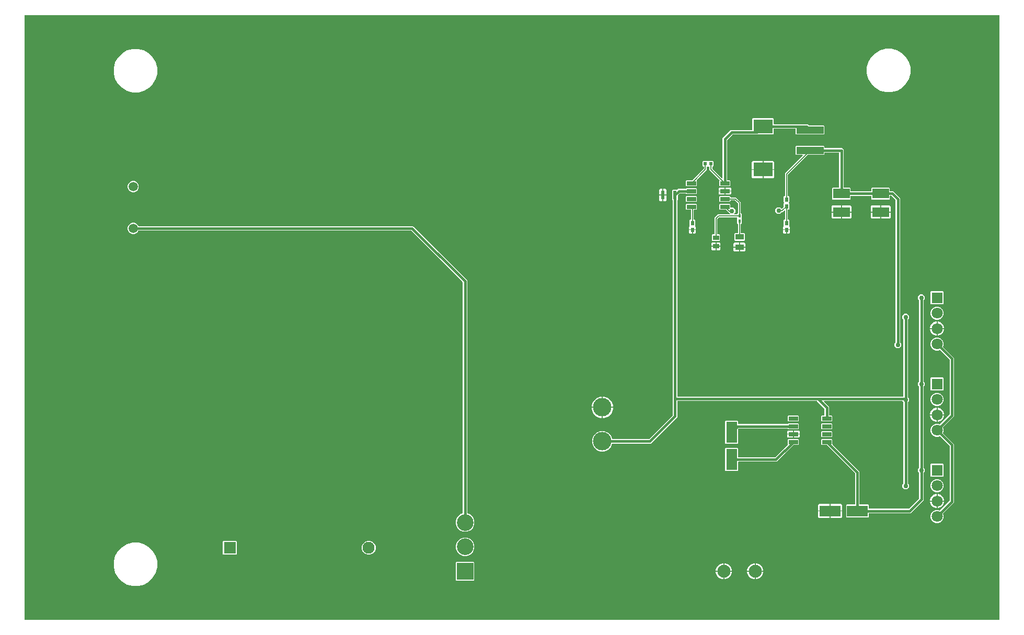
<source format=gbr>
G04 EAGLE Gerber RS-274X export*
G75*
%MOMM*%
%FSLAX34Y34*%
%LPD*%
%INTop Copper*%
%IPPOS*%
%AMOC8*
5,1,8,0,0,1.08239X$1,22.5*%
G01*
G04 Define Apertures*
%ADD10R,0.600000X0.620000*%
%ADD11R,2.700000X1.600000*%
%ADD12R,0.620000X1.470000*%
%ADD13R,0.990000X0.780000*%
%ADD14R,1.390000X0.910000*%
%ADD15R,1.800000X3.350000*%
%ADD16R,3.350000X1.800000*%
%ADD17R,3.150000X2.300000*%
%ADD18R,1.525000X0.650000*%
%ADD19R,1.800000X1.800000*%
%ADD20C,1.800000*%
%ADD21R,2.700000X2.700000*%
%ADD22C,2.700000*%
%ADD23R,4.400000X1.180000*%
%ADD24C,3.000000*%
%ADD25C,1.508000*%
%ADD26R,0.600000X0.750000*%
%ADD27R,0.400000X0.625000*%
%ADD28R,1.950000X1.950000*%
%ADD29C,1.950000*%
%ADD30C,2.100000*%
%ADD31C,0.756400*%
%ADD32C,0.406400*%
%ADD33C,8.000000*%
%ADD34C,0.152400*%
G36*
X1589375Y10220D02*
X1589078Y10160D01*
X10922Y10160D01*
X10647Y10211D01*
X10392Y10375D01*
X10220Y10625D01*
X10160Y10922D01*
X10160Y989078D01*
X10211Y989353D01*
X10375Y989608D01*
X10625Y989780D01*
X10922Y989840D01*
X1589078Y989840D01*
X1589353Y989789D01*
X1589608Y989625D01*
X1589780Y989375D01*
X1589840Y989078D01*
X1589840Y10922D01*
X1589789Y10647D01*
X1589625Y10392D01*
X1589375Y10220D01*
G37*
%LPC*%
G36*
X1405371Y864940D02*
X1414629Y864940D01*
X1423571Y867336D01*
X1431589Y871965D01*
X1438135Y878511D01*
X1442764Y886529D01*
X1445160Y895471D01*
X1445160Y904729D01*
X1442764Y913671D01*
X1438135Y921689D01*
X1431589Y928235D01*
X1423571Y932864D01*
X1414629Y935260D01*
X1405371Y935260D01*
X1396429Y932864D01*
X1388411Y928235D01*
X1381865Y921689D01*
X1377236Y913671D01*
X1374840Y904729D01*
X1374840Y895471D01*
X1377236Y886529D01*
X1381865Y878511D01*
X1388411Y871965D01*
X1396429Y867336D01*
X1405371Y864940D01*
G37*
G36*
X185371Y864840D02*
X194629Y864840D01*
X203571Y867236D01*
X211589Y871865D01*
X218135Y878411D01*
X222764Y886429D01*
X225160Y895371D01*
X225160Y904629D01*
X222764Y913571D01*
X218135Y921589D01*
X211589Y928135D01*
X203571Y932764D01*
X194629Y935160D01*
X185371Y935160D01*
X176429Y932764D01*
X168411Y928135D01*
X161865Y921589D01*
X157236Y913571D01*
X154840Y904629D01*
X154840Y895371D01*
X157236Y886429D01*
X161865Y878411D01*
X168411Y871865D01*
X176429Y867236D01*
X185371Y864840D01*
G37*
G36*
X1082224Y712776D02*
X1098736Y712776D01*
X1099629Y713669D01*
X1099629Y721431D01*
X1099150Y721910D01*
X1098992Y722140D01*
X1098927Y722437D01*
X1098983Y722735D01*
X1099150Y722988D01*
X1115286Y739123D01*
X1115286Y743914D01*
X1115337Y744189D01*
X1115501Y744444D01*
X1115751Y744616D01*
X1116048Y744676D01*
X1116631Y744676D01*
X1117061Y745106D01*
X1117292Y745264D01*
X1117588Y745329D01*
X1117886Y745273D01*
X1118139Y745106D01*
X1118569Y744676D01*
X1119152Y744676D01*
X1119427Y744625D01*
X1119682Y744461D01*
X1119854Y744211D01*
X1119914Y743914D01*
X1119914Y739123D01*
X1136050Y722988D01*
X1136208Y722757D01*
X1136273Y722461D01*
X1136217Y722163D01*
X1136050Y721910D01*
X1135571Y721431D01*
X1135571Y713669D01*
X1136464Y712776D01*
X1152976Y712776D01*
X1153869Y713669D01*
X1153869Y721431D01*
X1152976Y722324D01*
X1149038Y722324D01*
X1148763Y722375D01*
X1148508Y722539D01*
X1148336Y722789D01*
X1148276Y723086D01*
X1148276Y787331D01*
X1148332Y787617D01*
X1148499Y787870D01*
X1156950Y796321D01*
X1157191Y796484D01*
X1157489Y796544D01*
X1198417Y796544D01*
X1198523Y796616D01*
X1198821Y796676D01*
X1222881Y796676D01*
X1223774Y797569D01*
X1223774Y805382D01*
X1223825Y805657D01*
X1223989Y805912D01*
X1224239Y806084D01*
X1224536Y806144D01*
X1258414Y806144D01*
X1258689Y806093D01*
X1258944Y805929D01*
X1259116Y805679D01*
X1259176Y805382D01*
X1259176Y797419D01*
X1260069Y796526D01*
X1305331Y796526D01*
X1306224Y797419D01*
X1306224Y810481D01*
X1305331Y811374D01*
X1280621Y811374D01*
X1280335Y811430D01*
X1280082Y811597D01*
X1278423Y813256D01*
X1224536Y813256D01*
X1224261Y813307D01*
X1224006Y813471D01*
X1223834Y813721D01*
X1223774Y814018D01*
X1223774Y821831D01*
X1222881Y822724D01*
X1190119Y822724D01*
X1189226Y821831D01*
X1189226Y804418D01*
X1189175Y804143D01*
X1189011Y803888D01*
X1188761Y803716D01*
X1188464Y803656D01*
X1154227Y803656D01*
X1141164Y790593D01*
X1141164Y726179D01*
X1141117Y725915D01*
X1140958Y725657D01*
X1140710Y725482D01*
X1140414Y725417D01*
X1140116Y725472D01*
X1139863Y725640D01*
X1124709Y740794D01*
X1124546Y741035D01*
X1124486Y741333D01*
X1124486Y743914D01*
X1124537Y744189D01*
X1124701Y744444D01*
X1124951Y744616D01*
X1125248Y744676D01*
X1125831Y744676D01*
X1126724Y745569D01*
X1126724Y753031D01*
X1125831Y753924D01*
X1118569Y753924D01*
X1118139Y753494D01*
X1117908Y753336D01*
X1117612Y753271D01*
X1117314Y753327D01*
X1117061Y753494D01*
X1116631Y753924D01*
X1109369Y753924D01*
X1108476Y753031D01*
X1108476Y745569D01*
X1109369Y744676D01*
X1109952Y744676D01*
X1110227Y744625D01*
X1110482Y744461D01*
X1110654Y744211D01*
X1110714Y743914D01*
X1110714Y741333D01*
X1110658Y741047D01*
X1110491Y740794D01*
X1092244Y722547D01*
X1092003Y722384D01*
X1091705Y722324D01*
X1082224Y722324D01*
X1081331Y721431D01*
X1081331Y713669D01*
X1082224Y712776D01*
G37*
G36*
X1422742Y450624D02*
X1427138Y450624D01*
X1430246Y453732D01*
X1430246Y458128D01*
X1428719Y459655D01*
X1428556Y459896D01*
X1428496Y460193D01*
X1428496Y693369D01*
X1417269Y704596D01*
X1412786Y704596D01*
X1412511Y704647D01*
X1412256Y704811D01*
X1412084Y705061D01*
X1412024Y705358D01*
X1412024Y709431D01*
X1411131Y710324D01*
X1382869Y710324D01*
X1381976Y709431D01*
X1381976Y705118D01*
X1381925Y704843D01*
X1381761Y704588D01*
X1381511Y704416D01*
X1381214Y704356D01*
X1349286Y704356D01*
X1349011Y704407D01*
X1348756Y704571D01*
X1348584Y704821D01*
X1348524Y705118D01*
X1348524Y709431D01*
X1347631Y710324D01*
X1337818Y710324D01*
X1337543Y710375D01*
X1337288Y710539D01*
X1337116Y710789D01*
X1337056Y711086D01*
X1337056Y772323D01*
X1334973Y774406D01*
X1306986Y774406D01*
X1306711Y774457D01*
X1306456Y774621D01*
X1306284Y774871D01*
X1306224Y775168D01*
X1306224Y777381D01*
X1305331Y778274D01*
X1260069Y778274D01*
X1259176Y777381D01*
X1259176Y764319D01*
X1260069Y763426D01*
X1270203Y763426D01*
X1270467Y763379D01*
X1270725Y763220D01*
X1270900Y762972D01*
X1270965Y762676D01*
X1270910Y762378D01*
X1270742Y762125D01*
X1242314Y733697D01*
X1242314Y697336D01*
X1242263Y697061D01*
X1242099Y696806D01*
X1241849Y696634D01*
X1241552Y696574D01*
X1240969Y696574D01*
X1240076Y695681D01*
X1240076Y686919D01*
X1240656Y686339D01*
X1240814Y686108D01*
X1240879Y685812D01*
X1240823Y685514D01*
X1240656Y685261D01*
X1240076Y684681D01*
X1240076Y679325D01*
X1240020Y679039D01*
X1239853Y678786D01*
X1237324Y676257D01*
X1237094Y676099D01*
X1236798Y676034D01*
X1236500Y676090D01*
X1236247Y676257D01*
X1234098Y678406D01*
X1229702Y678406D01*
X1226594Y675298D01*
X1226594Y670902D01*
X1229702Y667794D01*
X1234098Y667794D01*
X1236895Y670591D01*
X1237136Y670754D01*
X1237433Y670814D01*
X1238347Y670814D01*
X1241013Y673480D01*
X1241233Y673633D01*
X1241528Y673703D01*
X1241827Y673652D01*
X1242082Y673489D01*
X1242254Y673239D01*
X1242314Y672941D01*
X1242314Y659236D01*
X1242263Y658961D01*
X1242099Y658706D01*
X1241849Y658534D01*
X1241552Y658474D01*
X1240969Y658474D01*
X1240076Y657581D01*
X1240076Y648755D01*
X1240096Y648727D01*
X1240161Y648431D01*
X1240105Y648132D01*
X1239938Y647880D01*
X1239060Y647002D01*
X1239060Y642962D01*
X1250140Y642962D01*
X1250140Y647002D01*
X1249263Y647880D01*
X1249105Y648110D01*
X1249039Y648406D01*
X1249095Y648704D01*
X1249124Y648748D01*
X1249124Y657581D01*
X1248231Y658474D01*
X1247648Y658474D01*
X1247373Y658525D01*
X1247118Y658689D01*
X1246946Y658939D01*
X1246886Y659236D01*
X1246886Y674264D01*
X1246937Y674539D01*
X1247101Y674794D01*
X1247351Y674966D01*
X1247648Y675026D01*
X1248231Y675026D01*
X1249124Y675919D01*
X1249124Y684681D01*
X1248544Y685261D01*
X1248386Y685492D01*
X1248321Y685788D01*
X1248377Y686086D01*
X1248544Y686339D01*
X1249124Y686919D01*
X1249124Y695681D01*
X1248231Y696574D01*
X1247648Y696574D01*
X1247373Y696625D01*
X1247118Y696789D01*
X1246946Y697039D01*
X1246886Y697336D01*
X1246886Y731487D01*
X1246942Y731773D01*
X1247109Y732026D01*
X1278286Y763203D01*
X1278527Y763366D01*
X1278825Y763426D01*
X1305331Y763426D01*
X1306224Y764319D01*
X1306224Y766532D01*
X1306275Y766807D01*
X1306439Y767062D01*
X1306689Y767234D01*
X1306986Y767294D01*
X1329182Y767294D01*
X1329457Y767243D01*
X1329712Y767079D01*
X1329884Y766829D01*
X1329944Y766532D01*
X1329944Y711086D01*
X1329893Y710811D01*
X1329729Y710556D01*
X1329479Y710384D01*
X1329182Y710324D01*
X1319369Y710324D01*
X1318476Y709431D01*
X1318476Y692169D01*
X1319369Y691276D01*
X1347631Y691276D01*
X1348524Y692169D01*
X1348524Y696482D01*
X1348575Y696757D01*
X1348739Y697012D01*
X1348989Y697184D01*
X1349286Y697244D01*
X1381214Y697244D01*
X1381489Y697193D01*
X1381744Y697029D01*
X1381916Y696779D01*
X1381976Y696482D01*
X1381976Y692169D01*
X1382869Y691276D01*
X1411131Y691276D01*
X1412024Y692169D01*
X1412024Y696722D01*
X1412075Y696997D01*
X1412239Y697252D01*
X1412489Y697424D01*
X1412786Y697484D01*
X1414007Y697484D01*
X1414293Y697428D01*
X1414546Y697261D01*
X1421161Y690646D01*
X1421324Y690405D01*
X1421384Y690107D01*
X1421384Y460193D01*
X1421328Y459907D01*
X1421161Y459655D01*
X1419634Y458128D01*
X1419634Y453732D01*
X1422742Y450624D01*
G37*
G36*
X1188210Y740462D02*
X1205738Y740462D01*
X1205738Y753740D01*
X1189698Y753740D01*
X1188210Y752252D01*
X1188210Y740462D01*
G37*
G36*
X1207262Y740462D02*
X1224790Y740462D01*
X1224790Y752252D01*
X1223302Y753740D01*
X1207262Y753740D01*
X1207262Y740462D01*
G37*
G36*
X1207262Y725660D02*
X1223302Y725660D01*
X1224790Y727148D01*
X1224790Y738938D01*
X1207262Y738938D01*
X1207262Y725660D01*
G37*
G36*
X1189698Y725660D02*
X1205738Y725660D01*
X1205738Y738938D01*
X1188210Y738938D01*
X1188210Y727148D01*
X1189698Y725660D01*
G37*
G36*
X184497Y702936D02*
X188103Y702936D01*
X191434Y704316D01*
X193984Y706866D01*
X195364Y710197D01*
X195364Y713803D01*
X193984Y717134D01*
X191434Y719684D01*
X188103Y721064D01*
X184497Y721064D01*
X181166Y719684D01*
X178616Y717134D01*
X177236Y713803D01*
X177236Y710197D01*
X178616Y706866D01*
X181166Y704316D01*
X184497Y702936D01*
G37*
G36*
X1134555Y705612D02*
X1143958Y705612D01*
X1143958Y710640D01*
X1136043Y710640D01*
X1134555Y709152D01*
X1134555Y705612D01*
G37*
G36*
X1145482Y705612D02*
X1154885Y705612D01*
X1154885Y709152D01*
X1153397Y710640D01*
X1145482Y710640D01*
X1145482Y705612D01*
G37*
G36*
X1435442Y222024D02*
X1439838Y222024D01*
X1442946Y225132D01*
X1442946Y229528D01*
X1441419Y231055D01*
X1441256Y231296D01*
X1441196Y231593D01*
X1441196Y362767D01*
X1441252Y363053D01*
X1441419Y363305D01*
X1442946Y364832D01*
X1442946Y369228D01*
X1441419Y370755D01*
X1441256Y370996D01*
X1441196Y371293D01*
X1441196Y496399D01*
X1441252Y496685D01*
X1441419Y496937D01*
X1442946Y498464D01*
X1442946Y502860D01*
X1439838Y505968D01*
X1435442Y505968D01*
X1432334Y502860D01*
X1432334Y498464D01*
X1433861Y496937D01*
X1434024Y496696D01*
X1434084Y496399D01*
X1434084Y372618D01*
X1434033Y372343D01*
X1433869Y372088D01*
X1433619Y371916D01*
X1433322Y371856D01*
X1068418Y371856D01*
X1068143Y371907D01*
X1067888Y372071D01*
X1067716Y372321D01*
X1067656Y372618D01*
X1067656Y689135D01*
X1067712Y689421D01*
X1067879Y689674D01*
X1068724Y690519D01*
X1068724Y697779D01*
X1068780Y698065D01*
X1068947Y698318D01*
X1071700Y701071D01*
X1071941Y701234D01*
X1072239Y701294D01*
X1080690Y701294D01*
X1080976Y701238D01*
X1081229Y701071D01*
X1082224Y700076D01*
X1098736Y700076D01*
X1099629Y700969D01*
X1099629Y708731D01*
X1098736Y709624D01*
X1082224Y709624D01*
X1081229Y708629D01*
X1080987Y708466D01*
X1080690Y708406D01*
X1068977Y708406D01*
X1068168Y707597D01*
X1067927Y707434D01*
X1067629Y707374D01*
X1060369Y707374D01*
X1059476Y706481D01*
X1059476Y690519D01*
X1060321Y689674D01*
X1060484Y689432D01*
X1060544Y689135D01*
X1060544Y341989D01*
X1060488Y341703D01*
X1060321Y341450D01*
X1022150Y303279D01*
X1021909Y303116D01*
X1021611Y303056D01*
X963222Y303056D01*
X962941Y303109D01*
X962687Y303275D01*
X962518Y303526D01*
X960308Y308860D01*
X955660Y313508D01*
X949587Y316024D01*
X943013Y316024D01*
X936940Y313508D01*
X932292Y308860D01*
X929776Y302787D01*
X929776Y296213D01*
X932292Y290140D01*
X936940Y285492D01*
X943013Y282976D01*
X949587Y282976D01*
X955660Y285492D01*
X960308Y290140D01*
X962518Y295474D01*
X962674Y295712D01*
X962924Y295884D01*
X963222Y295944D01*
X1024873Y295944D01*
X1067656Y338727D01*
X1067656Y363982D01*
X1067707Y364257D01*
X1067871Y364512D01*
X1068121Y364684D01*
X1068418Y364744D01*
X1293611Y364744D01*
X1293897Y364688D01*
X1294150Y364521D01*
X1306041Y352630D01*
X1306204Y352389D01*
X1306264Y352091D01*
X1306264Y342086D01*
X1306213Y341811D01*
X1306049Y341556D01*
X1305799Y341384D01*
X1305502Y341324D01*
X1301564Y341324D01*
X1300671Y340431D01*
X1300671Y332669D01*
X1301564Y331776D01*
X1318076Y331776D01*
X1318969Y332669D01*
X1318969Y340431D01*
X1318076Y341324D01*
X1314138Y341324D01*
X1313863Y341375D01*
X1313608Y341539D01*
X1313436Y341789D01*
X1313376Y342086D01*
X1313376Y355353D01*
X1305286Y363443D01*
X1305133Y363663D01*
X1305063Y363958D01*
X1305114Y364257D01*
X1305277Y364512D01*
X1305527Y364684D01*
X1305825Y364744D01*
X1432107Y364744D01*
X1432393Y364688D01*
X1432645Y364521D01*
X1433861Y363305D01*
X1434024Y363064D01*
X1434084Y362767D01*
X1434084Y231593D01*
X1434028Y231307D01*
X1433861Y231055D01*
X1432334Y229528D01*
X1432334Y225132D01*
X1435442Y222024D01*
G37*
G36*
X1044862Y699262D02*
X1049740Y699262D01*
X1049740Y706902D01*
X1048252Y708390D01*
X1044862Y708390D01*
X1044862Y699262D01*
G37*
G36*
X1038460Y699262D02*
X1043338Y699262D01*
X1043338Y708390D01*
X1039948Y708390D01*
X1038460Y706902D01*
X1038460Y699262D01*
G37*
G36*
X1145482Y699060D02*
X1153397Y699060D01*
X1154885Y700548D01*
X1154885Y704088D01*
X1145482Y704088D01*
X1145482Y699060D01*
G37*
G36*
X1136043Y699060D02*
X1143958Y699060D01*
X1143958Y704088D01*
X1134555Y704088D01*
X1134555Y700548D01*
X1136043Y699060D01*
G37*
G36*
X1039948Y688610D02*
X1043338Y688610D01*
X1043338Y697738D01*
X1038460Y697738D01*
X1038460Y690098D01*
X1039948Y688610D01*
G37*
G36*
X1044862Y688610D02*
X1048252Y688610D01*
X1049740Y690098D01*
X1049740Y697738D01*
X1044862Y697738D01*
X1044862Y688610D01*
G37*
G36*
X1124719Y623876D02*
X1135881Y623876D01*
X1136774Y624769D01*
X1136774Y633831D01*
X1135881Y634724D01*
X1133348Y634724D01*
X1133073Y634775D01*
X1132818Y634939D01*
X1132646Y635189D01*
X1132586Y635486D01*
X1132586Y659137D01*
X1132642Y659423D01*
X1132809Y659676D01*
X1135144Y662011D01*
X1135385Y662174D01*
X1135683Y662234D01*
X1164114Y662234D01*
X1164389Y662183D01*
X1164644Y662019D01*
X1164816Y661769D01*
X1164876Y661472D01*
X1164876Y660631D01*
X1164924Y660412D01*
X1164876Y660155D01*
X1164876Y652524D01*
X1165891Y651509D01*
X1166054Y651267D01*
X1166114Y650970D01*
X1166114Y637336D01*
X1166063Y637061D01*
X1165899Y636806D01*
X1165649Y636634D01*
X1165352Y636574D01*
X1160819Y636574D01*
X1159926Y635681D01*
X1159926Y625319D01*
X1160819Y624426D01*
X1175981Y624426D01*
X1176874Y625319D01*
X1176874Y635681D01*
X1175981Y636574D01*
X1171448Y636574D01*
X1171173Y636625D01*
X1170918Y636789D01*
X1170746Y637039D01*
X1170686Y637336D01*
X1170686Y650970D01*
X1170742Y651256D01*
X1170909Y651509D01*
X1171924Y652524D01*
X1171924Y660169D01*
X1171876Y660388D01*
X1171924Y660645D01*
X1171924Y668276D01*
X1170909Y669291D01*
X1170746Y669533D01*
X1170686Y669830D01*
X1170686Y686747D01*
X1162997Y694436D01*
X1154631Y694436D01*
X1154356Y694487D01*
X1154101Y694651D01*
X1153929Y694901D01*
X1153869Y695198D01*
X1153869Y696031D01*
X1152976Y696924D01*
X1136464Y696924D01*
X1135571Y696031D01*
X1135571Y688269D01*
X1136464Y687376D01*
X1152976Y687376D01*
X1153869Y688269D01*
X1153869Y689102D01*
X1153920Y689377D01*
X1154084Y689632D01*
X1154334Y689804D01*
X1154631Y689864D01*
X1160787Y689864D01*
X1161073Y689808D01*
X1161326Y689641D01*
X1165891Y685076D01*
X1166054Y684835D01*
X1166114Y684537D01*
X1166114Y669830D01*
X1166058Y669544D01*
X1165891Y669291D01*
X1164876Y668276D01*
X1164876Y667568D01*
X1164825Y667293D01*
X1164661Y667038D01*
X1164411Y666866D01*
X1164114Y666806D01*
X1159798Y666806D01*
X1159535Y666853D01*
X1159277Y667012D01*
X1159102Y667260D01*
X1159036Y667556D01*
X1159092Y667854D01*
X1159260Y668107D01*
X1161530Y670378D01*
X1161530Y674773D01*
X1158422Y677882D01*
X1154631Y677882D01*
X1154356Y677933D01*
X1154101Y678096D01*
X1153929Y678346D01*
X1153869Y678644D01*
X1153869Y683331D01*
X1152976Y684224D01*
X1136464Y684224D01*
X1135571Y683331D01*
X1135571Y675569D01*
X1136464Y674676D01*
X1145945Y674676D01*
X1146231Y674620D01*
X1146484Y674453D01*
X1150648Y670290D01*
X1150691Y670290D01*
X1150977Y670234D01*
X1151230Y670066D01*
X1153189Y668107D01*
X1153342Y667887D01*
X1153412Y667592D01*
X1153361Y667293D01*
X1153198Y667038D01*
X1152948Y666866D01*
X1152651Y666806D01*
X1133473Y666806D01*
X1128014Y661347D01*
X1128014Y635486D01*
X1127963Y635211D01*
X1127799Y634956D01*
X1127549Y634784D01*
X1127252Y634724D01*
X1124719Y634724D01*
X1123826Y633831D01*
X1123826Y624769D01*
X1124719Y623876D01*
G37*
G36*
X1082224Y687376D02*
X1098736Y687376D01*
X1099629Y688269D01*
X1099629Y696031D01*
X1098736Y696924D01*
X1082224Y696924D01*
X1081331Y696031D01*
X1081331Y688269D01*
X1082224Y687376D01*
G37*
G36*
X1086660Y642962D02*
X1097740Y642962D01*
X1097740Y647002D01*
X1096863Y647880D01*
X1096705Y648110D01*
X1096639Y648406D01*
X1096695Y648704D01*
X1096724Y648748D01*
X1096724Y657581D01*
X1095831Y658474D01*
X1095248Y658474D01*
X1094973Y658525D01*
X1094718Y658689D01*
X1094546Y658939D01*
X1094486Y659236D01*
X1094486Y673914D01*
X1094537Y674189D01*
X1094701Y674444D01*
X1094951Y674616D01*
X1095248Y674676D01*
X1098736Y674676D01*
X1099629Y675569D01*
X1099629Y683331D01*
X1098736Y684224D01*
X1082224Y684224D01*
X1081331Y683331D01*
X1081331Y675569D01*
X1082224Y674676D01*
X1089152Y674676D01*
X1089427Y674625D01*
X1089682Y674461D01*
X1089854Y674211D01*
X1089914Y673914D01*
X1089914Y659236D01*
X1089863Y658961D01*
X1089699Y658706D01*
X1089449Y658534D01*
X1089152Y658474D01*
X1088569Y658474D01*
X1087676Y657581D01*
X1087676Y648755D01*
X1087696Y648727D01*
X1087761Y648431D01*
X1087705Y648132D01*
X1087538Y647880D01*
X1086660Y647002D01*
X1086660Y642962D01*
G37*
G36*
X1317460Y671562D02*
X1332738Y671562D01*
X1332738Y681340D01*
X1318948Y681340D01*
X1317460Y679852D01*
X1317460Y671562D01*
G37*
G36*
X1380960Y671562D02*
X1396238Y671562D01*
X1396238Y681340D01*
X1382448Y681340D01*
X1380960Y679852D01*
X1380960Y671562D01*
G37*
G36*
X1397762Y671562D02*
X1413040Y671562D01*
X1413040Y679852D01*
X1411552Y681340D01*
X1397762Y681340D01*
X1397762Y671562D01*
G37*
G36*
X1334262Y671562D02*
X1349540Y671562D01*
X1349540Y679852D01*
X1348052Y681340D01*
X1334262Y681340D01*
X1334262Y671562D01*
G37*
G36*
X1397762Y660260D02*
X1411552Y660260D01*
X1413040Y661748D01*
X1413040Y670038D01*
X1397762Y670038D01*
X1397762Y660260D01*
G37*
G36*
X1382448Y660260D02*
X1396238Y660260D01*
X1396238Y670038D01*
X1380960Y670038D01*
X1380960Y661748D01*
X1382448Y660260D01*
G37*
G36*
X1334262Y660260D02*
X1348052Y660260D01*
X1349540Y661748D01*
X1349540Y670038D01*
X1334262Y670038D01*
X1334262Y660260D01*
G37*
G36*
X1318948Y660260D02*
X1332738Y660260D01*
X1332738Y670038D01*
X1317460Y670038D01*
X1317460Y661748D01*
X1318948Y660260D01*
G37*
G36*
X720912Y153076D02*
X726888Y153076D01*
X732410Y155363D01*
X736637Y159590D01*
X738924Y165112D01*
X738924Y171088D01*
X736637Y176610D01*
X732410Y180837D01*
X727926Y182694D01*
X727688Y182851D01*
X727516Y183101D01*
X727456Y183398D01*
X727456Y560273D01*
X639673Y648056D01*
X195147Y648056D01*
X194867Y648109D01*
X194613Y648275D01*
X194443Y648526D01*
X193984Y649634D01*
X191434Y652184D01*
X188103Y653564D01*
X184497Y653564D01*
X181166Y652184D01*
X178616Y649634D01*
X177236Y646303D01*
X177236Y642697D01*
X178616Y639366D01*
X181166Y636816D01*
X184497Y635436D01*
X188103Y635436D01*
X191434Y636816D01*
X193984Y639366D01*
X194443Y640474D01*
X194600Y640712D01*
X194850Y640884D01*
X195147Y640944D01*
X636411Y640944D01*
X636697Y640888D01*
X636950Y640721D01*
X720121Y557550D01*
X720284Y557309D01*
X720344Y557011D01*
X720344Y183398D01*
X720291Y183118D01*
X720125Y182864D01*
X719874Y182694D01*
X715390Y180837D01*
X711163Y176610D01*
X708876Y171088D01*
X708876Y165112D01*
X711163Y159590D01*
X715390Y155363D01*
X720912Y153076D01*
G37*
G36*
X1245362Y635910D02*
X1248652Y635910D01*
X1250140Y637398D01*
X1250140Y641438D01*
X1245362Y641438D01*
X1245362Y635910D01*
G37*
G36*
X1240548Y635910D02*
X1243838Y635910D01*
X1243838Y641438D01*
X1239060Y641438D01*
X1239060Y637398D01*
X1240548Y635910D01*
G37*
G36*
X1092962Y635910D02*
X1096252Y635910D01*
X1097740Y637398D01*
X1097740Y641438D01*
X1092962Y641438D01*
X1092962Y635910D01*
G37*
G36*
X1088148Y635910D02*
X1091438Y635910D01*
X1091438Y641438D01*
X1086660Y641438D01*
X1086660Y637398D01*
X1088148Y635910D01*
G37*
G36*
X1122810Y616062D02*
X1129538Y616062D01*
X1129538Y621740D01*
X1124298Y621740D01*
X1122810Y620252D01*
X1122810Y616062D01*
G37*
G36*
X1131062Y616062D02*
X1137790Y616062D01*
X1137790Y620252D01*
X1136302Y621740D01*
X1131062Y621740D01*
X1131062Y616062D01*
G37*
G36*
X1158910Y614862D02*
X1167638Y614862D01*
X1167638Y621190D01*
X1160398Y621190D01*
X1158910Y619702D01*
X1158910Y614862D01*
G37*
G36*
X1169162Y614862D02*
X1177890Y614862D01*
X1177890Y619702D01*
X1176402Y621190D01*
X1169162Y621190D01*
X1169162Y614862D01*
G37*
G36*
X1131062Y608860D02*
X1136302Y608860D01*
X1137790Y610348D01*
X1137790Y614538D01*
X1131062Y614538D01*
X1131062Y608860D01*
G37*
G36*
X1124298Y608860D02*
X1129538Y608860D01*
X1129538Y614538D01*
X1122810Y614538D01*
X1122810Y610348D01*
X1124298Y608860D01*
G37*
G36*
X1169162Y607010D02*
X1176402Y607010D01*
X1177890Y608498D01*
X1177890Y613338D01*
X1169162Y613338D01*
X1169162Y607010D01*
G37*
G36*
X1160398Y607010D02*
X1167638Y607010D01*
X1167638Y613338D01*
X1158910Y613338D01*
X1158910Y608498D01*
X1160398Y607010D01*
G37*
G36*
X1478809Y521606D02*
X1498071Y521606D01*
X1498964Y522499D01*
X1498964Y541761D01*
X1498071Y542654D01*
X1478809Y542654D01*
X1477916Y541761D01*
X1477916Y522499D01*
X1478809Y521606D01*
G37*
G36*
X1341929Y176166D02*
X1376691Y176166D01*
X1377584Y177059D01*
X1377584Y182372D01*
X1377635Y182647D01*
X1377799Y182902D01*
X1378049Y183074D01*
X1378346Y183134D01*
X1445463Y183134D01*
X1466596Y204267D01*
X1466596Y248467D01*
X1466652Y248753D01*
X1466819Y249005D01*
X1468346Y250532D01*
X1468346Y254928D01*
X1466819Y256455D01*
X1466656Y256696D01*
X1466596Y256993D01*
X1466596Y388167D01*
X1466652Y388453D01*
X1466819Y388705D01*
X1468346Y390232D01*
X1468346Y394628D01*
X1466819Y396155D01*
X1466656Y396396D01*
X1466596Y396693D01*
X1466596Y527867D01*
X1466652Y528153D01*
X1466819Y528405D01*
X1468346Y529932D01*
X1468346Y534328D01*
X1465238Y537436D01*
X1460842Y537436D01*
X1457734Y534328D01*
X1457734Y529932D01*
X1459261Y528405D01*
X1459424Y528164D01*
X1459484Y527867D01*
X1459484Y396693D01*
X1459428Y396407D01*
X1459261Y396155D01*
X1457734Y394628D01*
X1457734Y390232D01*
X1459261Y388705D01*
X1459424Y388464D01*
X1459484Y388167D01*
X1459484Y256993D01*
X1459428Y256707D01*
X1459261Y256455D01*
X1457734Y254928D01*
X1457734Y250532D01*
X1459261Y249005D01*
X1459424Y248764D01*
X1459484Y248467D01*
X1459484Y207529D01*
X1459428Y207243D01*
X1459261Y206990D01*
X1442740Y190469D01*
X1442499Y190306D01*
X1442201Y190246D01*
X1378346Y190246D01*
X1378071Y190297D01*
X1377816Y190461D01*
X1377644Y190711D01*
X1377584Y191008D01*
X1377584Y196321D01*
X1376691Y197214D01*
X1363628Y197214D01*
X1363353Y197265D01*
X1363098Y197429D01*
X1362926Y197679D01*
X1362866Y197976D01*
X1362866Y250433D01*
X1319192Y294107D01*
X1319029Y294348D01*
X1318969Y294646D01*
X1318969Y302331D01*
X1318076Y303224D01*
X1301564Y303224D01*
X1300671Y302331D01*
X1300671Y294569D01*
X1301564Y293676D01*
X1309249Y293676D01*
X1309535Y293620D01*
X1309788Y293453D01*
X1355531Y247710D01*
X1355694Y247469D01*
X1355754Y247171D01*
X1355754Y197976D01*
X1355703Y197701D01*
X1355539Y197446D01*
X1355289Y197274D01*
X1354992Y197214D01*
X1341929Y197214D01*
X1341036Y196321D01*
X1341036Y177059D01*
X1341929Y176166D01*
G37*
G36*
X1486347Y496606D02*
X1490533Y496606D01*
X1494401Y498208D01*
X1497362Y501169D01*
X1498964Y505037D01*
X1498964Y509223D01*
X1497362Y513091D01*
X1494401Y516052D01*
X1490533Y517654D01*
X1486347Y517654D01*
X1482479Y516052D01*
X1479518Y513091D01*
X1477916Y509223D01*
X1477916Y505037D01*
X1479518Y501169D01*
X1482479Y498208D01*
X1486347Y496606D01*
G37*
G36*
X1476900Y482892D02*
X1487678Y482892D01*
X1487678Y493670D01*
X1486145Y493670D01*
X1481903Y491913D01*
X1478657Y488667D01*
X1476900Y484425D01*
X1476900Y482892D01*
G37*
G36*
X1489202Y482892D02*
X1499980Y482892D01*
X1499980Y484425D01*
X1498223Y488667D01*
X1494977Y491913D01*
X1490735Y493670D01*
X1489202Y493670D01*
X1489202Y482892D01*
G37*
G36*
X1489202Y470590D02*
X1490735Y470590D01*
X1494977Y472347D01*
X1498223Y475593D01*
X1499980Y479835D01*
X1499980Y481368D01*
X1489202Y481368D01*
X1489202Y470590D01*
G37*
G36*
X1486145Y470590D02*
X1487678Y470590D01*
X1487678Y481368D01*
X1476900Y481368D01*
X1476900Y479835D01*
X1478657Y475593D01*
X1481903Y472347D01*
X1486145Y470590D01*
G37*
G36*
X1486347Y167206D02*
X1490533Y167206D01*
X1494401Y168808D01*
X1497362Y171769D01*
X1498964Y175637D01*
X1498964Y179823D01*
X1498163Y181758D01*
X1498105Y182038D01*
X1498160Y182336D01*
X1498328Y182589D01*
X1515982Y200243D01*
X1515982Y294917D01*
X1498328Y312571D01*
X1498167Y312807D01*
X1498105Y313104D01*
X1498163Y313402D01*
X1498964Y315337D01*
X1498964Y319523D01*
X1498163Y321458D01*
X1498105Y321738D01*
X1498160Y322036D01*
X1498328Y322289D01*
X1515982Y339943D01*
X1515982Y434617D01*
X1498328Y452271D01*
X1498167Y452507D01*
X1498105Y452804D01*
X1498163Y453102D01*
X1498964Y455037D01*
X1498964Y459223D01*
X1497362Y463091D01*
X1494401Y466052D01*
X1490533Y467654D01*
X1486347Y467654D01*
X1482479Y466052D01*
X1479518Y463091D01*
X1477916Y459223D01*
X1477916Y455037D01*
X1479518Y451169D01*
X1482479Y448208D01*
X1486347Y446606D01*
X1490533Y446606D01*
X1492468Y447408D01*
X1492748Y447465D01*
X1493046Y447410D01*
X1493299Y447242D01*
X1508647Y431894D01*
X1508810Y431653D01*
X1508870Y431355D01*
X1508870Y343205D01*
X1508814Y342919D01*
X1508647Y342666D01*
X1493299Y327318D01*
X1493063Y327157D01*
X1492766Y327095D01*
X1492468Y327153D01*
X1490533Y327954D01*
X1486347Y327954D01*
X1482479Y326352D01*
X1479518Y323391D01*
X1477916Y319523D01*
X1477916Y315337D01*
X1479518Y311469D01*
X1482479Y308508D01*
X1486347Y306906D01*
X1490533Y306906D01*
X1492468Y307708D01*
X1492748Y307765D01*
X1493046Y307710D01*
X1493299Y307542D01*
X1508647Y292194D01*
X1508810Y291953D01*
X1508870Y291655D01*
X1508870Y203505D01*
X1508814Y203219D01*
X1508647Y202966D01*
X1493299Y187618D01*
X1493063Y187457D01*
X1492766Y187395D01*
X1492468Y187453D01*
X1490533Y188254D01*
X1486347Y188254D01*
X1482479Y186652D01*
X1479518Y183691D01*
X1477916Y179823D01*
X1477916Y175637D01*
X1479518Y171769D01*
X1482479Y168808D01*
X1486347Y167206D01*
G37*
G36*
X1478809Y381906D02*
X1498071Y381906D01*
X1498964Y382799D01*
X1498964Y402061D01*
X1498071Y402954D01*
X1478809Y402954D01*
X1477916Y402061D01*
X1477916Y382799D01*
X1478809Y381906D01*
G37*
G36*
X1486347Y356906D02*
X1490533Y356906D01*
X1494401Y358508D01*
X1497362Y361469D01*
X1498964Y365337D01*
X1498964Y369523D01*
X1497362Y373391D01*
X1494401Y376352D01*
X1490533Y377954D01*
X1486347Y377954D01*
X1482479Y376352D01*
X1479518Y373391D01*
X1477916Y369523D01*
X1477916Y365337D01*
X1479518Y361469D01*
X1482479Y358508D01*
X1486347Y356906D01*
G37*
G36*
X928760Y355262D02*
X945538Y355262D01*
X945538Y372040D01*
X942811Y372040D01*
X936364Y369370D01*
X931430Y364436D01*
X928760Y357989D01*
X928760Y355262D01*
G37*
G36*
X947062Y355262D02*
X963840Y355262D01*
X963840Y357989D01*
X961170Y364436D01*
X956236Y369370D01*
X949789Y372040D01*
X947062Y372040D01*
X947062Y355262D01*
G37*
G36*
X1476900Y343192D02*
X1487678Y343192D01*
X1487678Y353970D01*
X1486145Y353970D01*
X1481903Y352213D01*
X1478657Y348967D01*
X1476900Y344725D01*
X1476900Y343192D01*
G37*
G36*
X1489202Y343192D02*
X1499980Y343192D01*
X1499980Y344725D01*
X1498223Y348967D01*
X1494977Y352213D01*
X1490735Y353970D01*
X1489202Y353970D01*
X1489202Y343192D01*
G37*
G36*
X942811Y336960D02*
X945538Y336960D01*
X945538Y353738D01*
X928760Y353738D01*
X928760Y351011D01*
X931430Y344564D01*
X936364Y339630D01*
X942811Y336960D01*
G37*
G36*
X947062Y336960D02*
X949789Y336960D01*
X956236Y339630D01*
X961170Y344564D01*
X963840Y351011D01*
X963840Y353738D01*
X947062Y353738D01*
X947062Y336960D01*
G37*
G36*
X1489202Y330890D02*
X1490735Y330890D01*
X1494977Y332647D01*
X1498223Y335893D01*
X1499980Y340135D01*
X1499980Y341668D01*
X1489202Y341668D01*
X1489202Y330890D01*
G37*
G36*
X1486145Y330890D02*
X1487678Y330890D01*
X1487678Y341668D01*
X1476900Y341668D01*
X1476900Y340135D01*
X1478657Y335893D01*
X1481903Y332647D01*
X1486145Y330890D01*
G37*
G36*
X1247324Y331776D02*
X1263836Y331776D01*
X1264729Y332669D01*
X1264729Y340431D01*
X1263836Y341324D01*
X1247324Y341324D01*
X1246431Y340431D01*
X1246431Y332669D01*
X1247324Y331776D01*
G37*
G36*
X1146069Y295826D02*
X1165331Y295826D01*
X1166224Y296719D01*
X1166224Y319279D01*
X1166280Y319565D01*
X1166447Y319818D01*
X1166700Y320071D01*
X1166941Y320234D01*
X1167239Y320294D01*
X1245790Y320294D01*
X1246076Y320238D01*
X1246329Y320071D01*
X1247324Y319076D01*
X1263836Y319076D01*
X1264729Y319969D01*
X1264729Y327731D01*
X1263836Y328624D01*
X1247324Y328624D01*
X1246329Y327629D01*
X1246087Y327466D01*
X1245790Y327406D01*
X1166986Y327406D01*
X1166711Y327457D01*
X1166456Y327621D01*
X1166284Y327871D01*
X1166224Y328168D01*
X1166224Y331481D01*
X1165331Y332374D01*
X1146069Y332374D01*
X1145176Y331481D01*
X1145176Y296719D01*
X1146069Y295826D01*
G37*
G36*
X1301564Y319076D02*
X1318076Y319076D01*
X1318969Y319969D01*
X1318969Y327731D01*
X1318076Y328624D01*
X1301564Y328624D01*
X1300671Y327731D01*
X1300671Y319969D01*
X1301564Y319076D01*
G37*
G36*
X1245415Y311912D02*
X1254818Y311912D01*
X1254818Y316940D01*
X1246903Y316940D01*
X1245415Y315452D01*
X1245415Y311912D01*
G37*
G36*
X1256342Y311912D02*
X1265745Y311912D01*
X1265745Y315452D01*
X1264257Y316940D01*
X1256342Y316940D01*
X1256342Y311912D01*
G37*
G36*
X1301564Y306376D02*
X1318076Y306376D01*
X1318969Y307269D01*
X1318969Y315031D01*
X1318076Y315924D01*
X1301564Y315924D01*
X1300671Y315031D01*
X1300671Y307269D01*
X1301564Y306376D01*
G37*
G36*
X1256342Y305360D02*
X1264257Y305360D01*
X1265745Y306848D01*
X1265745Y310388D01*
X1256342Y310388D01*
X1256342Y305360D01*
G37*
G36*
X1246903Y305360D02*
X1254818Y305360D01*
X1254818Y310388D01*
X1245415Y310388D01*
X1245415Y306848D01*
X1246903Y305360D01*
G37*
G36*
X1146069Y251826D02*
X1165331Y251826D01*
X1166224Y252719D01*
X1166224Y265782D01*
X1166275Y266057D01*
X1166439Y266312D01*
X1166689Y266484D01*
X1166986Y266544D01*
X1228703Y266544D01*
X1255612Y293453D01*
X1255853Y293616D01*
X1256151Y293676D01*
X1263836Y293676D01*
X1264729Y294569D01*
X1264729Y302331D01*
X1263836Y303224D01*
X1247324Y303224D01*
X1246431Y302331D01*
X1246431Y294646D01*
X1246375Y294360D01*
X1246208Y294107D01*
X1225980Y273879D01*
X1225739Y273716D01*
X1225441Y273656D01*
X1166986Y273656D01*
X1166711Y273707D01*
X1166456Y273871D01*
X1166284Y274121D01*
X1166224Y274418D01*
X1166224Y287481D01*
X1165331Y288374D01*
X1146069Y288374D01*
X1145176Y287481D01*
X1145176Y252719D01*
X1146069Y251826D01*
G37*
G36*
X1478809Y242206D02*
X1498071Y242206D01*
X1498964Y243099D01*
X1498964Y262361D01*
X1498071Y263254D01*
X1478809Y263254D01*
X1477916Y262361D01*
X1477916Y243099D01*
X1478809Y242206D01*
G37*
G36*
X1486347Y217206D02*
X1490533Y217206D01*
X1494401Y218808D01*
X1497362Y221769D01*
X1498964Y225637D01*
X1498964Y229823D01*
X1497362Y233691D01*
X1494401Y236652D01*
X1490533Y238254D01*
X1486347Y238254D01*
X1482479Y236652D01*
X1479518Y233691D01*
X1477916Y229823D01*
X1477916Y225637D01*
X1479518Y221769D01*
X1482479Y218808D01*
X1486347Y217206D01*
G37*
G36*
X1489202Y203492D02*
X1499980Y203492D01*
X1499980Y205025D01*
X1498223Y209267D01*
X1494977Y212513D01*
X1490735Y214270D01*
X1489202Y214270D01*
X1489202Y203492D01*
G37*
G36*
X1476900Y203492D02*
X1487678Y203492D01*
X1487678Y214270D01*
X1486145Y214270D01*
X1481903Y212513D01*
X1478657Y209267D01*
X1476900Y205025D01*
X1476900Y203492D01*
G37*
G36*
X1486145Y191190D02*
X1487678Y191190D01*
X1487678Y201968D01*
X1476900Y201968D01*
X1476900Y200435D01*
X1478657Y196193D01*
X1481903Y192947D01*
X1486145Y191190D01*
G37*
G36*
X1489202Y191190D02*
X1490735Y191190D01*
X1494977Y192947D01*
X1498223Y196193D01*
X1499980Y200435D01*
X1499980Y201968D01*
X1489202Y201968D01*
X1489202Y191190D01*
G37*
G36*
X1296020Y187452D02*
X1314548Y187452D01*
X1314548Y198230D01*
X1297508Y198230D01*
X1296020Y196742D01*
X1296020Y187452D01*
G37*
G36*
X1316072Y187452D02*
X1334600Y187452D01*
X1334600Y196742D01*
X1333112Y198230D01*
X1316072Y198230D01*
X1316072Y187452D01*
G37*
G36*
X1316072Y175150D02*
X1333112Y175150D01*
X1334600Y176638D01*
X1334600Y185928D01*
X1316072Y185928D01*
X1316072Y175150D01*
G37*
G36*
X1297508Y175150D02*
X1314548Y175150D01*
X1314548Y185928D01*
X1296020Y185928D01*
X1296020Y176638D01*
X1297508Y175150D01*
G37*
G36*
X720912Y113476D02*
X726888Y113476D01*
X732410Y115763D01*
X736637Y119990D01*
X738924Y125512D01*
X738924Y131488D01*
X736637Y137010D01*
X732410Y141237D01*
X726888Y143524D01*
X720912Y143524D01*
X715390Y141237D01*
X711163Y137010D01*
X708876Y131488D01*
X708876Y125512D01*
X711163Y119990D01*
X715390Y115763D01*
X720912Y113476D01*
G37*
G36*
X332519Y115726D02*
X353281Y115726D01*
X354174Y116619D01*
X354174Y137381D01*
X353281Y138274D01*
X332519Y138274D01*
X331626Y137381D01*
X331626Y116619D01*
X332519Y115726D01*
G37*
G36*
X565657Y115726D02*
X570143Y115726D01*
X574286Y117442D01*
X577458Y120614D01*
X579174Y124757D01*
X579174Y129243D01*
X577458Y133386D01*
X574286Y136558D01*
X570143Y138274D01*
X565657Y138274D01*
X561514Y136558D01*
X558342Y133386D01*
X556626Y129243D01*
X556626Y124757D01*
X558342Y120614D01*
X561514Y117442D01*
X565657Y115726D01*
G37*
G36*
X185371Y64840D02*
X194629Y64840D01*
X203571Y67236D01*
X211589Y71865D01*
X218135Y78411D01*
X222764Y86429D01*
X225160Y95371D01*
X225160Y104629D01*
X222764Y113571D01*
X218135Y121589D01*
X211589Y128135D01*
X203571Y132764D01*
X194629Y135160D01*
X185371Y135160D01*
X176429Y132764D01*
X168411Y128135D01*
X161865Y121589D01*
X157236Y113571D01*
X154840Y104629D01*
X154840Y95371D01*
X157236Y86429D01*
X161865Y78411D01*
X168411Y71865D01*
X176429Y67236D01*
X185371Y64840D01*
G37*
G36*
X709769Y73876D02*
X738031Y73876D01*
X738924Y74769D01*
X738924Y103031D01*
X738031Y103924D01*
X709769Y103924D01*
X708876Y103031D01*
X708876Y74769D01*
X709769Y73876D01*
G37*
G36*
X1180760Y89662D02*
X1193038Y89662D01*
X1193038Y101940D01*
X1191206Y101940D01*
X1186413Y99955D01*
X1182745Y96287D01*
X1180760Y91494D01*
X1180760Y89662D01*
G37*
G36*
X1129960Y89662D02*
X1142238Y89662D01*
X1142238Y101940D01*
X1140406Y101940D01*
X1135613Y99955D01*
X1131945Y96287D01*
X1129960Y91494D01*
X1129960Y89662D01*
G37*
G36*
X1143762Y89662D02*
X1156040Y89662D01*
X1156040Y91494D01*
X1154055Y96287D01*
X1150387Y99955D01*
X1145594Y101940D01*
X1143762Y101940D01*
X1143762Y89662D01*
G37*
G36*
X1194562Y89662D02*
X1206840Y89662D01*
X1206840Y91494D01*
X1204855Y96287D01*
X1201187Y99955D01*
X1196394Y101940D01*
X1194562Y101940D01*
X1194562Y89662D01*
G37*
G36*
X1194562Y75860D02*
X1196394Y75860D01*
X1201187Y77845D01*
X1204855Y81513D01*
X1206840Y86306D01*
X1206840Y88138D01*
X1194562Y88138D01*
X1194562Y75860D01*
G37*
G36*
X1191206Y75860D02*
X1193038Y75860D01*
X1193038Y88138D01*
X1180760Y88138D01*
X1180760Y86306D01*
X1182745Y81513D01*
X1186413Y77845D01*
X1191206Y75860D01*
G37*
G36*
X1143762Y75860D02*
X1145594Y75860D01*
X1150387Y77845D01*
X1154055Y81513D01*
X1156040Y86306D01*
X1156040Y88138D01*
X1143762Y88138D01*
X1143762Y75860D01*
G37*
G36*
X1140406Y75860D02*
X1142238Y75860D01*
X1142238Y88138D01*
X1129960Y88138D01*
X1129960Y86306D01*
X1131945Y81513D01*
X1135613Y77845D01*
X1140406Y75860D01*
G37*
%LPD*%
D10*
X1113000Y749300D03*
X1122200Y749300D03*
D11*
X1333500Y700800D03*
X1333500Y670800D03*
X1397000Y700800D03*
X1397000Y670800D03*
D12*
X1044100Y698500D03*
X1064100Y698500D03*
D13*
X1130300Y615300D03*
X1130300Y629300D03*
D14*
X1168400Y614100D03*
X1168400Y630500D03*
D15*
X1155700Y314100D03*
X1155700Y270100D03*
D16*
X1315310Y186690D03*
X1359310Y186690D03*
D17*
X1206500Y809700D03*
X1206500Y739700D03*
D18*
X1255580Y336550D03*
X1255580Y323850D03*
X1255580Y311150D03*
X1255580Y298450D03*
X1309820Y298450D03*
X1309820Y311150D03*
X1309820Y323850D03*
X1309820Y336550D03*
X1090480Y717550D03*
X1090480Y704850D03*
X1090480Y692150D03*
X1090480Y679450D03*
X1144720Y679450D03*
X1144720Y692150D03*
X1144720Y704850D03*
X1144720Y717550D03*
D19*
X1488440Y532130D03*
D20*
X1488440Y507130D03*
X1488440Y482130D03*
X1488440Y457130D03*
D19*
X1488440Y392430D03*
D20*
X1488440Y367430D03*
X1488440Y342430D03*
X1488440Y317430D03*
D19*
X1488440Y252730D03*
D20*
X1488440Y227730D03*
X1488440Y202730D03*
X1488440Y177730D03*
D21*
X723900Y88900D03*
D22*
X723900Y128500D03*
X723900Y168100D03*
D23*
X1282700Y803950D03*
X1282700Y770850D03*
D24*
X946300Y299500D03*
X946300Y354500D03*
D25*
X186300Y712000D03*
X186300Y644500D03*
D26*
X1244600Y691300D03*
X1244600Y680300D03*
X1244600Y642200D03*
X1244600Y653200D03*
D27*
X1168400Y656280D03*
X1168400Y664520D03*
D26*
X1092200Y642200D03*
X1092200Y653200D03*
D28*
X342900Y127000D03*
D29*
X567900Y127000D03*
D30*
X1143000Y88900D03*
X1193800Y88900D03*
D31*
X1437640Y227330D03*
X1437640Y367030D03*
X1437640Y500662D03*
D32*
X1437640Y367030D02*
X1437640Y227330D01*
X1437640Y367030D02*
X1437640Y500662D01*
X1070450Y704850D02*
X1064100Y698500D01*
X1070450Y704850D02*
X1090480Y704850D01*
X1023400Y299500D02*
X946300Y299500D01*
X1064100Y368300D02*
X1295400Y368300D01*
X1309820Y353880D01*
X1309820Y336550D01*
X1064100Y368300D02*
X1064100Y698500D01*
X1064100Y368300D02*
X1064100Y340200D01*
X1295400Y368300D02*
X1436370Y368300D01*
X1437640Y367030D01*
X1064100Y340200D02*
X1023400Y299500D01*
D33*
X1409700Y100076D03*
D34*
X1092200Y677730D02*
X1090480Y679450D01*
X1092200Y677730D02*
X1092200Y653200D01*
X1144720Y692150D02*
X1162050Y692150D01*
X1168400Y685800D01*
X1168400Y664520D01*
X1134420Y664520D01*
X1130300Y660400D01*
X1130300Y629300D01*
X1168400Y630500D02*
X1168400Y656280D01*
X1090480Y717550D02*
X1113000Y740070D01*
X1113000Y749300D01*
X1122200Y740070D02*
X1144720Y717550D01*
X1122200Y740070D02*
X1122200Y749300D01*
D32*
X1144720Y717550D02*
X1144720Y789120D01*
X1155700Y800100D01*
X1196900Y800100D01*
D34*
X1206500Y809700D01*
D32*
X1276950Y809700D01*
X1282700Y803950D01*
X1512426Y341416D02*
X1488440Y317430D01*
X1512426Y341416D02*
X1512426Y433144D01*
X1488440Y457130D01*
X1512426Y201716D02*
X1488440Y177730D01*
X1512426Y201716D02*
X1512426Y293444D01*
X1488440Y317430D01*
X1397000Y700800D02*
X1333500Y700800D01*
D31*
X1424940Y455930D03*
D34*
X1244600Y732750D02*
X1282700Y770850D01*
X1244600Y732750D02*
X1244600Y691300D01*
D32*
X1282700Y770850D02*
X1333500Y770850D01*
X1333500Y700800D01*
X1424940Y691896D02*
X1424940Y455930D01*
X1424940Y691896D02*
X1415796Y701040D01*
X1397240Y701040D01*
X1397000Y700800D01*
D34*
X1244600Y680300D02*
X1244600Y653200D01*
D31*
X1156224Y672576D03*
X1231900Y673100D03*
D34*
X1237400Y673100D02*
X1244600Y680300D01*
X1237400Y673100D02*
X1231900Y673100D01*
X1156224Y672576D02*
X1151594Y672576D01*
X1144720Y679450D01*
D32*
X1255580Y298450D02*
X1227230Y270100D01*
X1155700Y270100D01*
D31*
X1463040Y252730D03*
X1463040Y392430D03*
X1463040Y532130D03*
D32*
X1463040Y392430D02*
X1463040Y252730D01*
X1463040Y392430D02*
X1463040Y532130D01*
X1359310Y186690D02*
X1346089Y186690D01*
X1359310Y248960D02*
X1309820Y298450D01*
X1359310Y248960D02*
X1359310Y186690D01*
X1443990Y186690D01*
X1463040Y205740D01*
X1463040Y252730D01*
X723900Y168100D02*
X723900Y558800D01*
X638200Y644500D01*
X186300Y644500D01*
X1165450Y323850D02*
X1255580Y323850D01*
X1165450Y323850D02*
X1155700Y314100D01*
M02*

</source>
